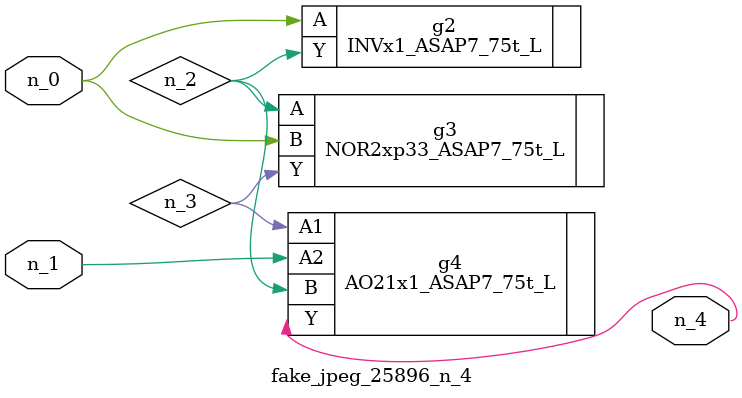
<source format=v>
module fake_jpeg_25896_n_4 (n_0, n_1, n_4);

input n_0;
input n_1;

output n_4;

wire n_2;
wire n_3;

INVx1_ASAP7_75t_L g2 ( 
.A(n_0),
.Y(n_2)
);

NOR2xp33_ASAP7_75t_L g3 ( 
.A(n_2),
.B(n_0),
.Y(n_3)
);

AO21x1_ASAP7_75t_L g4 ( 
.A1(n_3),
.A2(n_1),
.B(n_2),
.Y(n_4)
);


endmodule
</source>
